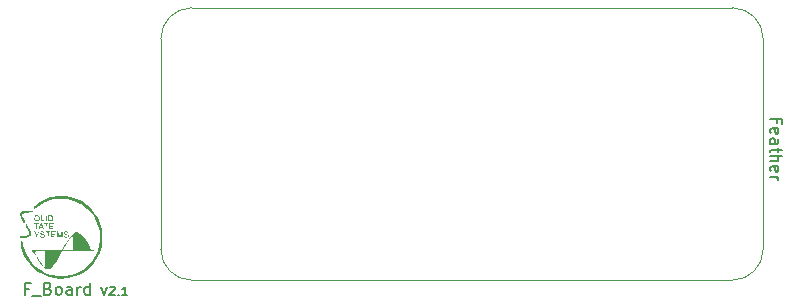
<source format=gbr>
%TF.GenerationSoftware,KiCad,Pcbnew,(7.0.0)*%
%TF.CreationDate,2023-04-06T13:34:31-07:00*%
%TF.ProjectId,Voltage_Sensor_Timer,566f6c74-6167-4655-9f53-656e736f725f,0*%
%TF.SameCoordinates,Original*%
%TF.FileFunction,Legend,Top*%
%TF.FilePolarity,Positive*%
%FSLAX46Y46*%
G04 Gerber Fmt 4.6, Leading zero omitted, Abs format (unit mm)*
G04 Created by KiCad (PCBNEW (7.0.0)) date 2023-04-06 13:34:31*
%MOMM*%
%LPD*%
G01*
G04 APERTURE LIST*
%ADD10C,0.150000*%
%ADD11C,0.120000*%
G04 APERTURE END LIST*
D10*
X178287428Y-94170428D02*
X178287428Y-93837095D01*
X177763619Y-93837095D02*
X178763619Y-93837095D01*
X178763619Y-93837095D02*
X178763619Y-94313285D01*
X177811238Y-95075190D02*
X177763619Y-94979952D01*
X177763619Y-94979952D02*
X177763619Y-94789476D01*
X177763619Y-94789476D02*
X177811238Y-94694238D01*
X177811238Y-94694238D02*
X177906476Y-94646619D01*
X177906476Y-94646619D02*
X178287428Y-94646619D01*
X178287428Y-94646619D02*
X178382666Y-94694238D01*
X178382666Y-94694238D02*
X178430285Y-94789476D01*
X178430285Y-94789476D02*
X178430285Y-94979952D01*
X178430285Y-94979952D02*
X178382666Y-95075190D01*
X178382666Y-95075190D02*
X178287428Y-95122809D01*
X178287428Y-95122809D02*
X178192190Y-95122809D01*
X178192190Y-95122809D02*
X178096952Y-94646619D01*
X177763619Y-95979952D02*
X178287428Y-95979952D01*
X178287428Y-95979952D02*
X178382666Y-95932333D01*
X178382666Y-95932333D02*
X178430285Y-95837095D01*
X178430285Y-95837095D02*
X178430285Y-95646619D01*
X178430285Y-95646619D02*
X178382666Y-95551381D01*
X177811238Y-95979952D02*
X177763619Y-95884714D01*
X177763619Y-95884714D02*
X177763619Y-95646619D01*
X177763619Y-95646619D02*
X177811238Y-95551381D01*
X177811238Y-95551381D02*
X177906476Y-95503762D01*
X177906476Y-95503762D02*
X178001714Y-95503762D01*
X178001714Y-95503762D02*
X178096952Y-95551381D01*
X178096952Y-95551381D02*
X178144571Y-95646619D01*
X178144571Y-95646619D02*
X178144571Y-95884714D01*
X178144571Y-95884714D02*
X178192190Y-95979952D01*
X178430285Y-96313286D02*
X178430285Y-96694238D01*
X178763619Y-96456143D02*
X177906476Y-96456143D01*
X177906476Y-96456143D02*
X177811238Y-96503762D01*
X177811238Y-96503762D02*
X177763619Y-96599000D01*
X177763619Y-96599000D02*
X177763619Y-96694238D01*
X177763619Y-97027572D02*
X178763619Y-97027572D01*
X177763619Y-97456143D02*
X178287428Y-97456143D01*
X178287428Y-97456143D02*
X178382666Y-97408524D01*
X178382666Y-97408524D02*
X178430285Y-97313286D01*
X178430285Y-97313286D02*
X178430285Y-97170429D01*
X178430285Y-97170429D02*
X178382666Y-97075191D01*
X178382666Y-97075191D02*
X178335047Y-97027572D01*
X177811238Y-98313286D02*
X177763619Y-98218048D01*
X177763619Y-98218048D02*
X177763619Y-98027572D01*
X177763619Y-98027572D02*
X177811238Y-97932334D01*
X177811238Y-97932334D02*
X177906476Y-97884715D01*
X177906476Y-97884715D02*
X178287428Y-97884715D01*
X178287428Y-97884715D02*
X178382666Y-97932334D01*
X178382666Y-97932334D02*
X178430285Y-98027572D01*
X178430285Y-98027572D02*
X178430285Y-98218048D01*
X178430285Y-98218048D02*
X178382666Y-98313286D01*
X178382666Y-98313286D02*
X178287428Y-98360905D01*
X178287428Y-98360905D02*
X178192190Y-98360905D01*
X178192190Y-98360905D02*
X178096952Y-97884715D01*
X177763619Y-98789477D02*
X178430285Y-98789477D01*
X178239809Y-98789477D02*
X178335047Y-98837096D01*
X178335047Y-98837096D02*
X178382666Y-98884715D01*
X178382666Y-98884715D02*
X178430285Y-98979953D01*
X178430285Y-98979953D02*
X178430285Y-99075191D01*
X121102428Y-108052785D02*
X121352428Y-108802785D01*
X121352428Y-108802785D02*
X121602428Y-108052785D01*
X121816714Y-108124214D02*
X121852428Y-108088500D01*
X121852428Y-108088500D02*
X121923857Y-108052785D01*
X121923857Y-108052785D02*
X122102428Y-108052785D01*
X122102428Y-108052785D02*
X122173857Y-108088500D01*
X122173857Y-108088500D02*
X122209571Y-108124214D01*
X122209571Y-108124214D02*
X122245285Y-108195642D01*
X122245285Y-108195642D02*
X122245285Y-108267071D01*
X122245285Y-108267071D02*
X122209571Y-108374214D01*
X122209571Y-108374214D02*
X121780999Y-108802785D01*
X121780999Y-108802785D02*
X122245285Y-108802785D01*
X122566714Y-108731357D02*
X122602428Y-108767071D01*
X122602428Y-108767071D02*
X122566714Y-108802785D01*
X122566714Y-108802785D02*
X122531000Y-108767071D01*
X122531000Y-108767071D02*
X122566714Y-108731357D01*
X122566714Y-108731357D02*
X122566714Y-108802785D01*
X123316714Y-108802785D02*
X122888143Y-108802785D01*
X123102428Y-108802785D02*
X123102428Y-108052785D01*
X123102428Y-108052785D02*
X123031000Y-108159928D01*
X123031000Y-108159928D02*
X122959571Y-108231357D01*
X122959571Y-108231357D02*
X122888143Y-108267071D01*
X114998428Y-108224571D02*
X114665095Y-108224571D01*
X114665095Y-108748380D02*
X114665095Y-107748380D01*
X114665095Y-107748380D02*
X115141285Y-107748380D01*
X115284143Y-108843619D02*
X116046047Y-108843619D01*
X116617476Y-108224571D02*
X116760333Y-108272190D01*
X116760333Y-108272190D02*
X116807952Y-108319809D01*
X116807952Y-108319809D02*
X116855571Y-108415047D01*
X116855571Y-108415047D02*
X116855571Y-108557904D01*
X116855571Y-108557904D02*
X116807952Y-108653142D01*
X116807952Y-108653142D02*
X116760333Y-108700761D01*
X116760333Y-108700761D02*
X116665095Y-108748380D01*
X116665095Y-108748380D02*
X116284143Y-108748380D01*
X116284143Y-108748380D02*
X116284143Y-107748380D01*
X116284143Y-107748380D02*
X116617476Y-107748380D01*
X116617476Y-107748380D02*
X116712714Y-107796000D01*
X116712714Y-107796000D02*
X116760333Y-107843619D01*
X116760333Y-107843619D02*
X116807952Y-107938857D01*
X116807952Y-107938857D02*
X116807952Y-108034095D01*
X116807952Y-108034095D02*
X116760333Y-108129333D01*
X116760333Y-108129333D02*
X116712714Y-108176952D01*
X116712714Y-108176952D02*
X116617476Y-108224571D01*
X116617476Y-108224571D02*
X116284143Y-108224571D01*
X117427000Y-108748380D02*
X117331762Y-108700761D01*
X117331762Y-108700761D02*
X117284143Y-108653142D01*
X117284143Y-108653142D02*
X117236524Y-108557904D01*
X117236524Y-108557904D02*
X117236524Y-108272190D01*
X117236524Y-108272190D02*
X117284143Y-108176952D01*
X117284143Y-108176952D02*
X117331762Y-108129333D01*
X117331762Y-108129333D02*
X117427000Y-108081714D01*
X117427000Y-108081714D02*
X117569857Y-108081714D01*
X117569857Y-108081714D02*
X117665095Y-108129333D01*
X117665095Y-108129333D02*
X117712714Y-108176952D01*
X117712714Y-108176952D02*
X117760333Y-108272190D01*
X117760333Y-108272190D02*
X117760333Y-108557904D01*
X117760333Y-108557904D02*
X117712714Y-108653142D01*
X117712714Y-108653142D02*
X117665095Y-108700761D01*
X117665095Y-108700761D02*
X117569857Y-108748380D01*
X117569857Y-108748380D02*
X117427000Y-108748380D01*
X118617476Y-108748380D02*
X118617476Y-108224571D01*
X118617476Y-108224571D02*
X118569857Y-108129333D01*
X118569857Y-108129333D02*
X118474619Y-108081714D01*
X118474619Y-108081714D02*
X118284143Y-108081714D01*
X118284143Y-108081714D02*
X118188905Y-108129333D01*
X118617476Y-108700761D02*
X118522238Y-108748380D01*
X118522238Y-108748380D02*
X118284143Y-108748380D01*
X118284143Y-108748380D02*
X118188905Y-108700761D01*
X118188905Y-108700761D02*
X118141286Y-108605523D01*
X118141286Y-108605523D02*
X118141286Y-108510285D01*
X118141286Y-108510285D02*
X118188905Y-108415047D01*
X118188905Y-108415047D02*
X118284143Y-108367428D01*
X118284143Y-108367428D02*
X118522238Y-108367428D01*
X118522238Y-108367428D02*
X118617476Y-108319809D01*
X119093667Y-108748380D02*
X119093667Y-108081714D01*
X119093667Y-108272190D02*
X119141286Y-108176952D01*
X119141286Y-108176952D02*
X119188905Y-108129333D01*
X119188905Y-108129333D02*
X119284143Y-108081714D01*
X119284143Y-108081714D02*
X119379381Y-108081714D01*
X120141286Y-108748380D02*
X120141286Y-107748380D01*
X120141286Y-108700761D02*
X120046048Y-108748380D01*
X120046048Y-108748380D02*
X119855572Y-108748380D01*
X119855572Y-108748380D02*
X119760334Y-108700761D01*
X119760334Y-108700761D02*
X119712715Y-108653142D01*
X119712715Y-108653142D02*
X119665096Y-108557904D01*
X119665096Y-108557904D02*
X119665096Y-108272190D01*
X119665096Y-108272190D02*
X119712715Y-108176952D01*
X119712715Y-108176952D02*
X119760334Y-108129333D01*
X119760334Y-108129333D02*
X119855572Y-108081714D01*
X119855572Y-108081714D02*
X120046048Y-108081714D01*
X120046048Y-108081714D02*
X120141286Y-108129333D01*
%TO.C,G\u002A\u002A\u002A*%
G36*
X116470590Y-102046064D02*
G01*
X116485692Y-102121015D01*
X116494642Y-102223824D01*
X116496533Y-102333453D01*
X116490461Y-102428865D01*
X116475519Y-102489022D01*
X116470714Y-102495679D01*
X116432542Y-102506238D01*
X116414463Y-102477797D01*
X116402748Y-102408571D01*
X116401168Y-102306604D01*
X116407947Y-102194632D01*
X116421308Y-102095390D01*
X116439473Y-102031614D01*
X116450241Y-102020011D01*
X116470590Y-102046064D01*
G37*
G36*
X116065652Y-102026313D02*
G01*
X116078187Y-102111547D01*
X116082379Y-102221862D01*
X116082379Y-102449586D01*
X116205000Y-102449586D01*
X116286048Y-102458385D01*
X116326561Y-102480023D01*
X116327620Y-102484620D01*
X116296307Y-102505514D01*
X116217081Y-102518047D01*
X116169965Y-102519655D01*
X116012310Y-102519655D01*
X116012310Y-102256896D01*
X116016657Y-102124499D01*
X116028425Y-102032217D01*
X116045702Y-101994383D01*
X116047345Y-101994138D01*
X116065652Y-102026313D01*
G37*
G36*
X115721921Y-102666627D02*
G01*
X115795493Y-102680561D01*
X115819620Y-102694827D01*
X115807217Y-102720806D01*
X115751619Y-102729862D01*
X115703437Y-102733610D01*
X115676602Y-102755417D01*
X115664877Y-102811124D01*
X115662024Y-102916575D01*
X115661965Y-102957586D01*
X115655454Y-103096537D01*
X115639371Y-103168771D01*
X115618895Y-103173700D01*
X115599202Y-103110738D01*
X115585470Y-102979295D01*
X115584809Y-102966345D01*
X115576484Y-102845391D01*
X115561760Y-102777719D01*
X115534129Y-102746542D01*
X115495552Y-102736184D01*
X115433947Y-102715116D01*
X115416724Y-102692391D01*
X115447571Y-102673439D01*
X115524416Y-102662923D01*
X115623714Y-102660700D01*
X115721921Y-102666627D01*
G37*
G36*
X115864258Y-103398275D02*
G01*
X115826308Y-103465285D01*
X115784586Y-103528129D01*
X115726929Y-103640481D01*
X115697997Y-103752258D01*
X115697000Y-103771512D01*
X115683863Y-103858929D01*
X115644448Y-103886000D01*
X115604322Y-103857380D01*
X115591896Y-103771512D01*
X115570880Y-103665242D01*
X115518020Y-103549613D01*
X115504410Y-103528276D01*
X115458643Y-103447074D01*
X115444150Y-103390741D01*
X115449979Y-103379099D01*
X115487575Y-103392643D01*
X115543700Y-103450679D01*
X115568871Y-103484988D01*
X115654706Y-103611306D01*
X115717792Y-103504510D01*
X115772619Y-103427566D01*
X115822347Y-103382109D01*
X115826525Y-103380198D01*
X115863499Y-103372843D01*
X115864258Y-103398275D01*
G37*
G36*
X116702886Y-103367316D02*
G01*
X116776459Y-103381251D01*
X116800586Y-103395517D01*
X116788182Y-103421496D01*
X116732585Y-103430551D01*
X116684403Y-103434300D01*
X116657568Y-103456107D01*
X116645842Y-103511814D01*
X116642989Y-103617265D01*
X116642931Y-103658276D01*
X116636419Y-103797226D01*
X116620337Y-103869460D01*
X116599860Y-103874390D01*
X116580167Y-103811427D01*
X116566435Y-103679985D01*
X116565775Y-103667034D01*
X116557449Y-103546081D01*
X116542726Y-103478409D01*
X116515094Y-103447231D01*
X116476517Y-103436873D01*
X116414913Y-103415806D01*
X116397689Y-103393080D01*
X116428536Y-103374129D01*
X116505381Y-103363613D01*
X116604679Y-103361390D01*
X116702886Y-103367316D01*
G37*
G36*
X116522858Y-102665754D02*
G01*
X116601538Y-102681079D01*
X116625414Y-102694827D01*
X116613010Y-102720806D01*
X116557412Y-102729862D01*
X116509230Y-102733610D01*
X116482395Y-102755417D01*
X116470670Y-102811124D01*
X116467817Y-102916575D01*
X116467758Y-102957586D01*
X116462808Y-103076585D01*
X116449695Y-103158059D01*
X116432724Y-103185310D01*
X116414416Y-103153134D01*
X116401882Y-103067900D01*
X116397689Y-102957586D01*
X116396154Y-102835171D01*
X116387487Y-102766988D01*
X116365601Y-102737205D01*
X116324408Y-102729993D01*
X116310103Y-102729862D01*
X116244263Y-102717869D01*
X116222517Y-102694827D01*
X116254175Y-102675552D01*
X116335761Y-102662827D01*
X116413139Y-102659793D01*
X116522858Y-102665754D01*
G37*
G36*
X116607896Y-102256896D02*
G01*
X116677965Y-102256896D01*
X116679916Y-102367091D01*
X116691614Y-102424452D01*
X116721831Y-102446207D01*
X116776062Y-102449586D01*
X116863600Y-102435389D01*
X116916200Y-102407545D01*
X116946353Y-102344275D01*
X116958241Y-102256896D01*
X116937064Y-102142364D01*
X116870478Y-102079932D01*
X116776062Y-102064207D01*
X116719963Y-102068038D01*
X116690761Y-102091017D01*
X116679686Y-102150371D01*
X116677965Y-102256896D01*
X116607896Y-102256896D01*
X116607896Y-101994138D01*
X116748034Y-101994138D01*
X116889316Y-102020303D01*
X116984066Y-102095311D01*
X117026535Y-102213931D01*
X117028310Y-102249101D01*
X117005735Y-102389065D01*
X116936242Y-102477424D01*
X116817176Y-102516891D01*
X116763565Y-102519655D01*
X116607896Y-102519655D01*
X116607896Y-102256896D01*
G37*
G36*
X115424841Y-102255559D02*
G01*
X115494535Y-102255559D01*
X115516630Y-102364583D01*
X115579133Y-102428389D01*
X115670978Y-102451649D01*
X115761900Y-102430656D01*
X115800204Y-102399323D01*
X115828919Y-102322006D01*
X115827195Y-102221208D01*
X115798932Y-102130140D01*
X115763733Y-102088857D01*
X115668290Y-102061242D01*
X115583068Y-102089352D01*
X115520878Y-102158890D01*
X115494535Y-102255559D01*
X115424841Y-102255559D01*
X115423822Y-102235429D01*
X115461745Y-102125128D01*
X115535772Y-102038740D01*
X115638275Y-101995810D01*
X115664508Y-101994138D01*
X115778608Y-102024064D01*
X115860870Y-102102302D01*
X115904017Y-102211539D01*
X115900772Y-102334465D01*
X115852668Y-102441790D01*
X115771479Y-102502989D01*
X115661799Y-102520516D01*
X115550383Y-102493800D01*
X115486793Y-102449586D01*
X115429629Y-102350097D01*
X115424841Y-102255559D01*
G37*
G36*
X114789641Y-102794079D02*
G01*
X114855184Y-102871850D01*
X114932028Y-102983548D01*
X115010749Y-103114508D01*
X115081926Y-103250067D01*
X115134636Y-103371522D01*
X115173954Y-103543103D01*
X115151519Y-103682469D01*
X115067160Y-103789760D01*
X114920711Y-103865119D01*
X114712001Y-103908686D01*
X114479552Y-103920839D01*
X114347923Y-103919177D01*
X114271580Y-103911235D01*
X114235774Y-103892956D01*
X114225759Y-103860282D01*
X114225552Y-103850965D01*
X114243964Y-103792905D01*
X114269345Y-103778406D01*
X114518801Y-103760214D01*
X114722875Y-103737055D01*
X114874324Y-103710052D01*
X114965908Y-103680326D01*
X114984400Y-103667683D01*
X115017595Y-103608975D01*
X115016755Y-103525915D01*
X114979497Y-103409848D01*
X114903439Y-103252116D01*
X114836953Y-103131701D01*
X114751092Y-102975616D01*
X114701677Y-102869457D01*
X114686559Y-102804667D01*
X114703589Y-102772691D01*
X114744821Y-102764896D01*
X114789641Y-102794079D01*
G37*
G36*
X115212141Y-101633084D02*
G01*
X115266318Y-101643745D01*
X115289320Y-101664002D01*
X115294103Y-101696345D01*
X115288658Y-101727944D01*
X115264119Y-101749563D01*
X115208177Y-101764199D01*
X115108525Y-101774848D01*
X114952855Y-101784510D01*
X114926241Y-101785936D01*
X114703834Y-101802341D01*
X114546599Y-101829303D01*
X114449704Y-101874292D01*
X114408320Y-101944782D01*
X114417618Y-102048244D01*
X114472767Y-102192150D01*
X114555813Y-102358983D01*
X114630148Y-102507465D01*
X114670657Y-102606305D01*
X114680659Y-102665273D01*
X114668500Y-102690663D01*
X114609397Y-102708720D01*
X114586717Y-102701515D01*
X114553232Y-102661268D01*
X114497405Y-102574533D01*
X114429109Y-102457048D01*
X114399396Y-102402905D01*
X114298210Y-102188173D01*
X114250309Y-102013284D01*
X114257853Y-101875251D01*
X114323005Y-101771087D01*
X114447926Y-101697805D01*
X114634778Y-101652417D01*
X114885722Y-101631937D01*
X114958441Y-101630362D01*
X115113834Y-101629472D01*
X115212141Y-101633084D01*
G37*
G36*
X116990588Y-102666337D02*
G01*
X117063351Y-102683004D01*
X117080862Y-102694827D01*
X117064243Y-102717089D01*
X116988031Y-102728741D01*
X116942792Y-102729862D01*
X116844702Y-102733383D01*
X116797918Y-102750773D01*
X116783771Y-102792268D01*
X116783069Y-102817448D01*
X116790718Y-102873878D01*
X116826796Y-102898960D01*
X116911003Y-102905003D01*
X116923207Y-102905034D01*
X117010961Y-102912804D01*
X117059771Y-102932215D01*
X117063345Y-102940069D01*
X117032264Y-102962007D01*
X116954620Y-102974210D01*
X116923207Y-102975103D01*
X116831523Y-102980979D01*
X116791003Y-103004728D01*
X116783069Y-103045172D01*
X116795020Y-103091280D01*
X116843152Y-103111470D01*
X116921139Y-103115241D01*
X117014426Y-103123385D01*
X117074221Y-103143612D01*
X117080862Y-103150276D01*
X117062820Y-103171280D01*
X116983139Y-103183197D01*
X116907757Y-103185310D01*
X116713000Y-103185310D01*
X116713000Y-102922551D01*
X116713000Y-102659793D01*
X116886105Y-102659793D01*
X116990588Y-102666337D01*
G37*
G36*
X117230189Y-103381736D02*
G01*
X117238517Y-103393686D01*
X117207441Y-103416770D01*
X117129808Y-103429610D01*
X117098379Y-103430551D01*
X117008091Y-103435332D01*
X116967961Y-103457881D01*
X116958291Y-103510510D01*
X116958241Y-103518138D01*
X116965741Y-103574267D01*
X117001299Y-103599424D01*
X117084502Y-103605671D01*
X117100447Y-103605724D01*
X117189242Y-103613111D01*
X117223087Y-103633077D01*
X117221000Y-103640758D01*
X117174413Y-103664451D01*
X117089514Y-103675657D01*
X117078794Y-103675793D01*
X116995153Y-103683928D01*
X116961843Y-103715533D01*
X116958241Y-103745862D01*
X116970193Y-103791970D01*
X117018324Y-103812159D01*
X117096311Y-103815931D01*
X117189599Y-103824075D01*
X117249394Y-103844302D01*
X117256034Y-103850965D01*
X117237339Y-103871379D01*
X117156154Y-103883349D01*
X117063877Y-103886000D01*
X116850068Y-103886000D01*
X116860361Y-103632000D01*
X116870655Y-103378000D01*
X117054586Y-103367410D01*
X117167799Y-103367408D01*
X117230189Y-103381736D01*
G37*
G36*
X117467127Y-103431718D02*
G01*
X117518969Y-103554558D01*
X117529541Y-103585415D01*
X117598679Y-103792830D01*
X117675325Y-103587426D01*
X117732618Y-103449484D01*
X117776430Y-103380207D01*
X117807453Y-103379737D01*
X117826380Y-103448219D01*
X117833905Y-103585796D01*
X117834103Y-103620322D01*
X117829800Y-103753799D01*
X117818133Y-103846963D01*
X117800968Y-103885669D01*
X117799069Y-103886000D01*
X117778281Y-103854571D01*
X117764739Y-103774617D01*
X117762129Y-103719586D01*
X117760224Y-103553172D01*
X117700819Y-103707933D01*
X117657663Y-103802358D01*
X117616295Y-103864514D01*
X117601028Y-103876131D01*
X117568255Y-103853446D01*
X117526345Y-103779813D01*
X117495925Y-103703852D01*
X117431207Y-103518138D01*
X117420617Y-103702069D01*
X117408727Y-103804863D01*
X117389545Y-103871621D01*
X117375289Y-103886000D01*
X117358258Y-103853204D01*
X117349777Y-103762992D01*
X117350844Y-103632000D01*
X117364300Y-103478691D01*
X117388817Y-103394038D01*
X117423417Y-103378296D01*
X117467127Y-103431718D01*
G37*
G36*
X115865281Y-102956033D02*
G01*
X115954544Y-102956033D01*
X115994735Y-102974597D01*
X116012310Y-102975103D01*
X116065391Y-102963338D01*
X116068135Y-102914964D01*
X116062870Y-102896276D01*
X116032543Y-102815853D01*
X116007740Y-102796492D01*
X115999145Y-102802850D01*
X115979639Y-102844205D01*
X115961750Y-102896276D01*
X115954544Y-102956033D01*
X115865281Y-102956033D01*
X115893647Y-102888241D01*
X115942159Y-102784982D01*
X115985487Y-102705387D01*
X116015124Y-102668391D01*
X116019030Y-102667872D01*
X116048520Y-102703369D01*
X116091618Y-102783674D01*
X116140208Y-102889487D01*
X116186175Y-103001510D01*
X116221402Y-103100444D01*
X116237775Y-103166989D01*
X116235638Y-103182957D01*
X116203847Y-103172576D01*
X116161862Y-103124000D01*
X116091916Y-103063834D01*
X116006097Y-103043523D01*
X115929439Y-103063871D01*
X115889689Y-103115241D01*
X115857722Y-103169354D01*
X115821146Y-103185477D01*
X115802195Y-103154623D01*
X115802103Y-103150644D01*
X115815111Y-103090009D01*
X115848462Y-102996229D01*
X115865281Y-102956033D01*
G37*
G36*
X116229744Y-103394400D02*
G01*
X116275263Y-103430766D01*
X116317017Y-103496496D01*
X116306569Y-103526920D01*
X116255353Y-103509468D01*
X116225339Y-103485657D01*
X116151247Y-103444307D01*
X116079658Y-103440951D01*
X116034835Y-103474032D01*
X116029827Y-103498181D01*
X116059695Y-103542051D01*
X116131867Y-103580224D01*
X116134931Y-103581233D01*
X116251144Y-103629786D01*
X116310872Y-103688109D01*
X116327620Y-103768536D01*
X116299855Y-103847948D01*
X116237754Y-103886867D01*
X116157996Y-103913377D01*
X116100016Y-103912818D01*
X116021069Y-103884908D01*
X115954983Y-103827156D01*
X115942241Y-103775419D01*
X115942241Y-103697615D01*
X116013675Y-103774290D01*
X116095378Y-103839085D01*
X116172143Y-103842045D01*
X116218864Y-103818930D01*
X116252718Y-103769132D01*
X116229162Y-103713630D01*
X116157341Y-103668634D01*
X116129198Y-103659967D01*
X116007885Y-103611936D01*
X115949458Y-103542434D01*
X115942241Y-103497563D01*
X115971229Y-103422698D01*
X116043502Y-103377601D01*
X116137020Y-103366695D01*
X116229744Y-103394400D01*
G37*
G36*
X118217151Y-103382775D02*
G01*
X118289691Y-103435546D01*
X118324294Y-103497638D01*
X118324586Y-103503123D01*
X118305949Y-103534718D01*
X118267835Y-103520748D01*
X118240947Y-103480757D01*
X118197746Y-103444614D01*
X118127416Y-103436176D01*
X118060389Y-103453035D01*
X118027096Y-103492783D01*
X118026793Y-103497701D01*
X118057068Y-103537975D01*
X118133292Y-103580983D01*
X118172676Y-103595961D01*
X118287526Y-103654301D01*
X118344712Y-103726417D01*
X118342001Y-103800892D01*
X118277159Y-103866307D01*
X118229941Y-103888683D01*
X118147010Y-103915717D01*
X118091077Y-103911391D01*
X118024670Y-103871802D01*
X118017071Y-103866496D01*
X117958663Y-103806289D01*
X117939207Y-103755285D01*
X117948707Y-103725884D01*
X117985043Y-103743884D01*
X118026446Y-103780571D01*
X118094248Y-103833942D01*
X118151694Y-103840568D01*
X118206948Y-103820035D01*
X118265804Y-103776339D01*
X118255071Y-103730361D01*
X118174583Y-103681829D01*
X118106421Y-103655939D01*
X117994892Y-103599848D01*
X117949900Y-103531512D01*
X117972898Y-103453714D01*
X117989902Y-103432602D01*
X118066995Y-103378037D01*
X118134824Y-103360482D01*
X118217151Y-103382775D01*
G37*
G36*
X117925863Y-100406372D02*
G01*
X118106558Y-100412050D01*
X118254832Y-100424454D01*
X118389467Y-100445240D01*
X118529245Y-100476063D01*
X118550206Y-100481252D01*
X119019318Y-100633606D01*
X119456687Y-100845781D01*
X119857511Y-101113059D01*
X120216985Y-101430723D01*
X120530307Y-101794056D01*
X120792671Y-102198341D01*
X120999275Y-102638861D01*
X121118163Y-103002853D01*
X121154871Y-103148638D01*
X121180384Y-103278000D01*
X121196690Y-103409995D01*
X121205774Y-103563678D01*
X121209622Y-103758106D01*
X121210222Y-103886000D01*
X121208930Y-104114562D01*
X121203041Y-104291190D01*
X121190863Y-104433955D01*
X121170704Y-104560933D01*
X121140870Y-104690195D01*
X121131628Y-104725257D01*
X120967143Y-105210803D01*
X120746595Y-105656251D01*
X120473003Y-106058605D01*
X120149381Y-106414869D01*
X119778747Y-106722049D01*
X119364118Y-106977149D01*
X118908510Y-107177173D01*
X118552310Y-107286554D01*
X118329846Y-107329831D01*
X118067044Y-107359598D01*
X117787391Y-107374949D01*
X117514372Y-107374976D01*
X117271473Y-107358774D01*
X117149165Y-107340732D01*
X116650640Y-107212041D01*
X116187300Y-107025085D01*
X115762557Y-106782388D01*
X115379825Y-106486471D01*
X115042513Y-106139857D01*
X114754034Y-105745067D01*
X114584807Y-105445034D01*
X114489685Y-105231829D01*
X114405648Y-104998235D01*
X114339107Y-104765920D01*
X114296476Y-104556550D01*
X114284091Y-104429034D01*
X114283078Y-104311615D01*
X114292269Y-104246900D01*
X114317235Y-104217678D01*
X114355692Y-104207794D01*
X114421760Y-104218743D01*
X114451132Y-104277863D01*
X114512628Y-104548714D01*
X114566309Y-104764043D01*
X114616128Y-104937403D01*
X114666037Y-105082347D01*
X114719988Y-105212427D01*
X114730110Y-105234609D01*
X114963174Y-105658001D01*
X115248889Y-106036937D01*
X115583158Y-106368060D01*
X115961881Y-106648013D01*
X116380962Y-106873439D01*
X116836302Y-107040982D01*
X116983665Y-107080516D01*
X117320427Y-107138425D01*
X117690149Y-107159257D01*
X118066523Y-107143316D01*
X118423245Y-107090904D01*
X118544188Y-107062537D01*
X118885887Y-106950974D01*
X119232393Y-106798578D01*
X119550012Y-106620565D01*
X119610250Y-106581107D01*
X119703744Y-106509222D01*
X119827725Y-106401743D01*
X119964799Y-106274232D01*
X120076310Y-106164074D01*
X120381819Y-105806167D01*
X120625949Y-105422267D01*
X120809722Y-105018254D01*
X120934157Y-104600008D01*
X121000277Y-104173408D01*
X121009103Y-103744335D01*
X120961655Y-103318669D01*
X120858955Y-102902290D01*
X120702023Y-102501077D01*
X120491882Y-102120911D01*
X120229551Y-101767672D01*
X119916052Y-101447239D01*
X119552407Y-101165494D01*
X119169656Y-100943118D01*
X118762470Y-100776639D01*
X118327956Y-100666187D01*
X117879755Y-100612954D01*
X117431506Y-100618131D01*
X116996852Y-100682908D01*
X116795906Y-100735870D01*
X116561055Y-100820367D01*
X116307749Y-100933226D01*
X116058916Y-101062706D01*
X115837482Y-101197071D01*
X115698499Y-101297741D01*
X115593711Y-101378908D01*
X115508143Y-101439192D01*
X115457469Y-101467693D01*
X115452815Y-101468620D01*
X115400457Y-101439834D01*
X115376160Y-101371984D01*
X115386913Y-101292832D01*
X115401675Y-101265521D01*
X115467527Y-101198888D01*
X115581944Y-101110196D01*
X115730710Y-101008501D01*
X115899609Y-100902861D01*
X116074426Y-100802333D01*
X116240944Y-100715974D01*
X116324779Y-100677391D01*
X116576911Y-100574922D01*
X116802272Y-100500974D01*
X117022149Y-100451325D01*
X117257826Y-100421753D01*
X117530591Y-100408033D01*
X117693965Y-100405764D01*
X117925863Y-100406372D01*
G37*
G36*
X118636406Y-103673512D02*
G01*
X118788624Y-103673512D01*
X118793416Y-103675793D01*
X118825388Y-103651129D01*
X118832586Y-103640758D01*
X118841513Y-103608005D01*
X118836721Y-103605724D01*
X118804749Y-103630387D01*
X118797552Y-103640758D01*
X118788624Y-103673512D01*
X118636406Y-103673512D01*
X118694846Y-103613335D01*
X118840087Y-103511318D01*
X118979742Y-103463417D01*
X119117042Y-103467135D01*
X119255215Y-103519973D01*
X119337457Y-103572450D01*
X119469696Y-103690705D01*
X119615321Y-103864596D01*
X119776671Y-104097348D01*
X119956086Y-104392184D01*
X120040579Y-104541018D01*
X120271153Y-104954551D01*
X120418973Y-104965324D01*
X120524925Y-104983656D01*
X120566012Y-105019252D01*
X120566793Y-105026635D01*
X120558573Y-105039541D01*
X120529859Y-105050104D01*
X120474570Y-105058548D01*
X120386626Y-105065095D01*
X120259944Y-105069968D01*
X120088446Y-105073389D01*
X119866049Y-105075580D01*
X119586672Y-105076765D01*
X119244236Y-105077166D01*
X119186178Y-105077172D01*
X117805563Y-105077172D01*
X117520818Y-105583686D01*
X117325137Y-105911475D01*
X117144070Y-106172822D01*
X116978029Y-106367210D01*
X116827428Y-106494120D01*
X116769250Y-106527000D01*
X116640894Y-106573642D01*
X116528652Y-106573439D01*
X116414017Y-106534605D01*
X116301486Y-106470508D01*
X116290385Y-106461034D01*
X116467758Y-106461034D01*
X116485276Y-106478551D01*
X116502793Y-106461034D01*
X116485276Y-106443517D01*
X116467758Y-106461034D01*
X116290385Y-106461034D01*
X116249336Y-106426000D01*
X116748034Y-106426000D01*
X116765552Y-106443517D01*
X116783069Y-106426000D01*
X116765552Y-106408482D01*
X116748034Y-106426000D01*
X116249336Y-106426000D01*
X116186714Y-106372554D01*
X116064630Y-106234437D01*
X115930160Y-106049847D01*
X115778232Y-105812478D01*
X115625605Y-105554120D01*
X115364659Y-105100150D01*
X115451758Y-105100150D01*
X115468373Y-105136964D01*
X115514179Y-105223297D01*
X115583122Y-105348112D01*
X115669147Y-105500370D01*
X115719364Y-105588017D01*
X115843616Y-105795294D01*
X115967164Y-105985896D01*
X116083541Y-106151139D01*
X116186282Y-106282341D01*
X116268920Y-106370819D01*
X116324990Y-106407889D01*
X116330337Y-106408482D01*
X116341001Y-106374982D01*
X116348052Y-106301098D01*
X116931796Y-106301098D01*
X116936589Y-106303379D01*
X116968561Y-106278715D01*
X116975758Y-106268345D01*
X116984686Y-106235591D01*
X116979894Y-106233310D01*
X116947922Y-106257974D01*
X116940724Y-106268345D01*
X116931796Y-106301098D01*
X116348052Y-106301098D01*
X116350009Y-106280596D01*
X116356916Y-106134498D01*
X116361276Y-105945862D01*
X116362655Y-105742827D01*
X116362655Y-105550138D01*
X117413689Y-105550138D01*
X117431207Y-105567655D01*
X117448724Y-105550138D01*
X117431207Y-105532620D01*
X117413689Y-105550138D01*
X116362655Y-105550138D01*
X116362655Y-105129724D01*
X116432724Y-105129724D01*
X116450241Y-105147241D01*
X116467758Y-105129724D01*
X117658931Y-105129724D01*
X117676448Y-105147241D01*
X117693965Y-105129724D01*
X117676448Y-105112207D01*
X117658931Y-105129724D01*
X116467758Y-105129724D01*
X116450241Y-105112207D01*
X116432724Y-105129724D01*
X116362655Y-105129724D01*
X116362655Y-105077172D01*
X115907207Y-105077172D01*
X115737781Y-105078830D01*
X115596933Y-105083367D01*
X115497670Y-105090126D01*
X115453000Y-105098451D01*
X115451758Y-105100150D01*
X115364659Y-105100150D01*
X115361520Y-105094689D01*
X115195573Y-105077172D01*
X115096796Y-105060211D01*
X115033244Y-105036899D01*
X115021726Y-105024620D01*
X115054123Y-105014586D01*
X115155073Y-105005650D01*
X115323068Y-104997863D01*
X115556602Y-104991271D01*
X115854166Y-104985922D01*
X116214252Y-104981866D01*
X116403465Y-104980428D01*
X117326046Y-104974348D01*
X117862691Y-104974348D01*
X118277570Y-104964450D01*
X118692448Y-104954551D01*
X118692987Y-104919517D01*
X118780034Y-104919517D01*
X118797552Y-104937034D01*
X118815069Y-104919517D01*
X120111345Y-104919517D01*
X120128862Y-104937034D01*
X120146379Y-104919517D01*
X120128862Y-104902000D01*
X120111345Y-104919517D01*
X118815069Y-104919517D01*
X118797552Y-104902000D01*
X118780034Y-104919517D01*
X118692987Y-104919517D01*
X118702015Y-104332689D01*
X118703646Y-104132826D01*
X118702954Y-104043655D01*
X119620862Y-104043655D01*
X119638379Y-104061172D01*
X119655896Y-104043655D01*
X119638379Y-104026138D01*
X119620862Y-104043655D01*
X118702954Y-104043655D01*
X118702302Y-103959729D01*
X118700636Y-103903517D01*
X119515758Y-103903517D01*
X119533276Y-103921034D01*
X119550793Y-103903517D01*
X119533276Y-103886000D01*
X119515758Y-103903517D01*
X118700636Y-103903517D01*
X118698295Y-103824505D01*
X118691938Y-103738262D01*
X118684498Y-103711700D01*
X118640637Y-103742272D01*
X118568391Y-103827405D01*
X118472544Y-103959939D01*
X118357880Y-104132715D01*
X118229183Y-104338573D01*
X118091236Y-104570352D01*
X117976238Y-104771760D01*
X117862691Y-104974348D01*
X117326046Y-104974348D01*
X117793103Y-104971270D01*
X117993441Y-104612566D01*
X118193317Y-104269086D01*
X118374690Y-103989720D01*
X118540790Y-103771970D01*
X118636406Y-103673512D01*
G37*
D11*
%TO.C,ESP1*%
X128789192Y-107524732D02*
X174509192Y-107524732D01*
X126139192Y-87094732D02*
X126139192Y-104874732D01*
X177159192Y-87094732D02*
X177159192Y-104874732D01*
X128789192Y-84444732D02*
X174509192Y-84444732D01*
X126139192Y-104874732D02*
G75*
G03*
X128789192Y-107524732I2650000J0D01*
G01*
X174509192Y-107524732D02*
G75*
G03*
X177159192Y-104874732I0J2650000D01*
G01*
X128789192Y-84444732D02*
G75*
G03*
X126139192Y-87094732I-2J-2649998D01*
G01*
X177159198Y-87094732D02*
G75*
G03*
X174509192Y-84444732I-2650018J-18D01*
G01*
%TD*%
M02*

</source>
